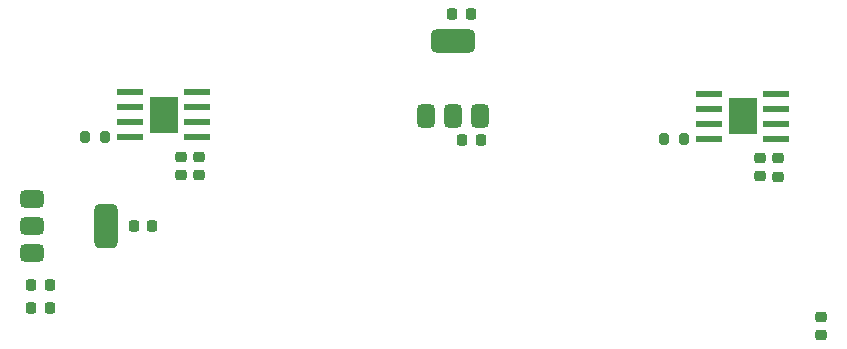
<source format=gtp>
G04 #@! TF.GenerationSoftware,KiCad,Pcbnew,9.0.2+dfsg-1*
G04 #@! TF.CreationDate,2025-08-18T11:49:20-04:00*
G04 #@! TF.ProjectId,Basic_Controller,42617369-635f-4436-9f6e-74726f6c6c65,rev?*
G04 #@! TF.SameCoordinates,Original*
G04 #@! TF.FileFunction,Paste,Top*
G04 #@! TF.FilePolarity,Positive*
%FSLAX46Y46*%
G04 Gerber Fmt 4.6, Leading zero omitted, Abs format (unit mm)*
G04 Created by KiCad (PCBNEW 9.0.2+dfsg-1) date 2025-08-18 11:49:20*
%MOMM*%
%LPD*%
G01*
G04 APERTURE LIST*
G04 Aperture macros list*
%AMRoundRect*
0 Rectangle with rounded corners*
0 $1 Rounding radius*
0 $2 $3 $4 $5 $6 $7 $8 $9 X,Y pos of 4 corners*
0 Add a 4 corners polygon primitive as box body*
4,1,4,$2,$3,$4,$5,$6,$7,$8,$9,$2,$3,0*
0 Add four circle primitives for the rounded corners*
1,1,$1+$1,$2,$3*
1,1,$1+$1,$4,$5*
1,1,$1+$1,$6,$7*
1,1,$1+$1,$8,$9*
0 Add four rect primitives between the rounded corners*
20,1,$1+$1,$2,$3,$4,$5,0*
20,1,$1+$1,$4,$5,$6,$7,0*
20,1,$1+$1,$6,$7,$8,$9,0*
20,1,$1+$1,$8,$9,$2,$3,0*%
G04 Aperture macros list end*
%ADD10RoundRect,0.218750X0.218750X0.256250X-0.218750X0.256250X-0.218750X-0.256250X0.218750X-0.256250X0*%
%ADD11R,2.400000X3.100000*%
%ADD12R,2.200000X0.500000*%
%ADD13RoundRect,0.225000X0.250000X-0.225000X0.250000X0.225000X-0.250000X0.225000X-0.250000X-0.225000X0*%
%ADD14RoundRect,0.225000X-0.225000X-0.250000X0.225000X-0.250000X0.225000X0.250000X-0.225000X0.250000X0*%
%ADD15RoundRect,0.200000X-0.200000X-0.275000X0.200000X-0.275000X0.200000X0.275000X-0.200000X0.275000X0*%
%ADD16RoundRect,0.375000X-0.625000X-0.375000X0.625000X-0.375000X0.625000X0.375000X-0.625000X0.375000X0*%
%ADD17RoundRect,0.500000X-0.500000X-1.400000X0.500000X-1.400000X0.500000X1.400000X-0.500000X1.400000X0*%
%ADD18RoundRect,0.225000X0.225000X0.250000X-0.225000X0.250000X-0.225000X-0.250000X0.225000X-0.250000X0*%
%ADD19RoundRect,0.375000X0.375000X-0.625000X0.375000X0.625000X-0.375000X0.625000X-0.375000X-0.625000X0*%
%ADD20RoundRect,0.500000X1.400000X-0.500000X1.400000X0.500000X-1.400000X0.500000X-1.400000X-0.500000X0*%
G04 APERTURE END LIST*
D10*
X126347976Y-108449805D03*
X124772976Y-108449805D03*
D11*
X135987872Y-92077705D03*
D12*
X133112872Y-90172705D03*
X133112872Y-91442705D03*
X133112872Y-92712705D03*
X133112872Y-93982705D03*
X138862872Y-93982705D03*
X138862872Y-92712705D03*
X138862872Y-91442705D03*
X138862872Y-90172705D03*
D13*
X188025539Y-97286376D03*
X188025539Y-95736376D03*
X137501284Y-97174210D03*
X137501284Y-95624210D03*
X191651253Y-110736555D03*
X191651253Y-109186555D03*
D14*
X160450000Y-83500000D03*
X162000000Y-83500000D03*
D13*
X186500000Y-97285828D03*
X186500000Y-95735828D03*
D14*
X124787500Y-106474107D03*
X126337500Y-106474107D03*
D15*
X178373274Y-94096959D03*
X180023274Y-94096959D03*
D13*
X139026823Y-97174210D03*
X139026823Y-95624210D03*
D14*
X133500000Y-101500000D03*
X135050000Y-101500000D03*
D16*
X124850000Y-99200000D03*
X124850000Y-101500000D03*
D17*
X131150000Y-101500000D03*
D16*
X124850000Y-103800000D03*
D11*
X185007678Y-92189585D03*
D12*
X182132678Y-90284585D03*
X182132678Y-91554585D03*
X182132678Y-92824585D03*
X182132678Y-94094585D03*
X187882678Y-94094585D03*
X187882678Y-92824585D03*
X187882678Y-91554585D03*
X187882678Y-90284585D03*
D18*
X162837424Y-94201837D03*
X161287424Y-94201837D03*
D19*
X158200000Y-92150000D03*
X160500000Y-92150000D03*
D20*
X160500000Y-85850000D03*
D19*
X162800000Y-92150000D03*
D15*
X129349716Y-93980982D03*
X130999716Y-93980982D03*
M02*

</source>
